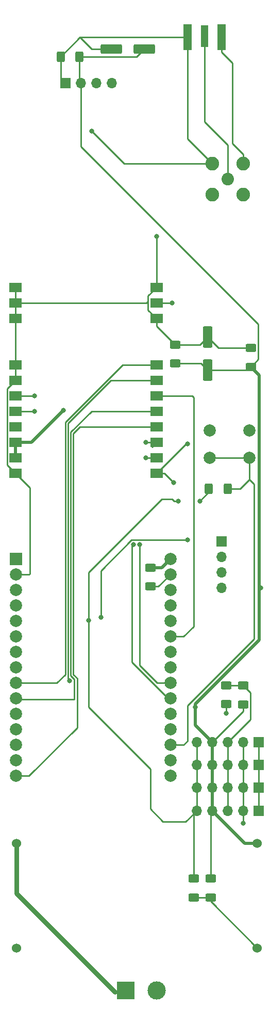
<source format=gtl>
%TF.GenerationSoftware,KiCad,Pcbnew,7.0.9*%
%TF.CreationDate,2024-09-21T10:37:03-07:00*%
%TF.ProjectId,DIY Meshtastic 1W Node,44495920-4d65-4736-9874-617374696320,1.0*%
%TF.SameCoordinates,Original*%
%TF.FileFunction,Copper,L1,Top*%
%TF.FilePolarity,Positive*%
%FSLAX46Y46*%
G04 Gerber Fmt 4.6, Leading zero omitted, Abs format (unit mm)*
G04 Created by KiCad (PCBNEW 7.0.9) date 2024-09-21 10:37:03*
%MOMM*%
%LPD*%
G01*
G04 APERTURE LIST*
G04 Aperture macros list*
%AMRoundRect*
0 Rectangle with rounded corners*
0 $1 Rounding radius*
0 $2 $3 $4 $5 $6 $7 $8 $9 X,Y pos of 4 corners*
0 Add a 4 corners polygon primitive as box body*
4,1,4,$2,$3,$4,$5,$6,$7,$8,$9,$2,$3,0*
0 Add four circle primitives for the rounded corners*
1,1,$1+$1,$2,$3*
1,1,$1+$1,$4,$5*
1,1,$1+$1,$6,$7*
1,1,$1+$1,$8,$9*
0 Add four rect primitives between the rounded corners*
20,1,$1+$1,$2,$3,$4,$5,0*
20,1,$1+$1,$4,$5,$6,$7,0*
20,1,$1+$1,$6,$7,$8,$9,0*
20,1,$1+$1,$8,$9,$2,$3,0*%
G04 Aperture macros list end*
%TA.AperFunction,ComponentPad*%
%ADD10C,2.000000*%
%TD*%
%TA.AperFunction,ComponentPad*%
%ADD11R,2.000000X2.000000*%
%TD*%
%TA.AperFunction,SMDPad,CuDef*%
%ADD12RoundRect,0.250000X-0.625000X0.400000X-0.625000X-0.400000X0.625000X-0.400000X0.625000X0.400000X0*%
%TD*%
%TA.AperFunction,SMDPad,CuDef*%
%ADD13RoundRect,0.250000X0.625000X-0.400000X0.625000X0.400000X-0.625000X0.400000X-0.625000X-0.400000X0*%
%TD*%
%TA.AperFunction,ComponentPad*%
%ADD14R,1.700000X1.700000*%
%TD*%
%TA.AperFunction,ComponentPad*%
%ADD15O,1.700000X1.700000*%
%TD*%
%TA.AperFunction,SMDPad,CuDef*%
%ADD16R,2.080000X1.510000*%
%TD*%
%TA.AperFunction,SMDPad,CuDef*%
%ADD17R,1.270000X3.600000*%
%TD*%
%TA.AperFunction,SMDPad,CuDef*%
%ADD18R,1.350000X4.200000*%
%TD*%
%TA.AperFunction,SMDPad,CuDef*%
%ADD19RoundRect,0.250000X1.500000X0.550000X-1.500000X0.550000X-1.500000X-0.550000X1.500000X-0.550000X0*%
%TD*%
%TA.AperFunction,ComponentPad*%
%ADD20R,3.000000X3.000000*%
%TD*%
%TA.AperFunction,ComponentPad*%
%ADD21C,3.000000*%
%TD*%
%TA.AperFunction,ComponentPad*%
%ADD22C,1.524000*%
%TD*%
%TA.AperFunction,SMDPad,CuDef*%
%ADD23RoundRect,0.250000X0.550000X-1.500000X0.550000X1.500000X-0.550000X1.500000X-0.550000X-1.500000X0*%
%TD*%
%TA.AperFunction,ComponentPad*%
%ADD24C,2.050000*%
%TD*%
%TA.AperFunction,ComponentPad*%
%ADD25C,2.250000*%
%TD*%
%TA.AperFunction,SMDPad,CuDef*%
%ADD26RoundRect,0.250000X0.400000X0.625000X-0.400000X0.625000X-0.400000X-0.625000X0.400000X-0.625000X0*%
%TD*%
%TA.AperFunction,ViaPad*%
%ADD27C,0.800000*%
%TD*%
%TA.AperFunction,Conductor*%
%ADD28C,0.250000*%
%TD*%
%TA.AperFunction,Conductor*%
%ADD29C,0.500000*%
%TD*%
%TA.AperFunction,Conductor*%
%ADD30C,0.750000*%
%TD*%
G04 APERTURE END LIST*
D10*
%TO.P,U1,30,VIN*%
%TO.N,+5V*%
X129286000Y-118196000D03*
%TO.P,U1,29,GND*%
%TO.N,GND*%
X129286000Y-120736000D03*
%TO.P,U1,28,D13*%
%TO.N,TXEN*%
X129286000Y-123276000D03*
%TO.P,U1,27,D12*%
%TO.N,unconnected-(U1-D12-Pad27)*%
X129286000Y-125816000D03*
%TO.P,U1,26,D14*%
%TO.N,RXEN*%
X129286000Y-128356000D03*
%TO.P,U1,25,D27*%
%TO.N,MOSI*%
X129286000Y-130896000D03*
%TO.P,U1,24,D26*%
%TO.N,DIO0*%
X129286000Y-133436000D03*
%TO.P,U1,23,D25*%
%TO.N,unconnected-(U1-D25-Pad23)*%
X129286000Y-135976000D03*
%TO.P,U1,22,D33*%
%TO.N,IRQ*%
X129286000Y-138516000D03*
%TO.P,U1,21,D32*%
%TO.N,BUSY*%
X129286000Y-141056000D03*
%TO.P,U1,20,D35*%
%TO.N,unconnected-(U1-D35-Pad20)*%
X129286000Y-143596000D03*
%TO.P,U1,19,D34*%
%TO.N,unconnected-(U1-D34-Pad19)*%
X129286000Y-146136000D03*
%TO.P,U1,18,VN*%
%TO.N,BTN*%
X129286000Y-148676000D03*
%TO.P,U1,17,VP*%
%TO.N,unconnected-(U1-VP-Pad17)*%
X129286000Y-151216000D03*
%TO.P,U1,16,EN*%
%TO.N,unconnected-(U1-EN-Pad16)*%
X129286000Y-153756000D03*
%TO.P,U1,15,D23*%
%TO.N,RST*%
X103886000Y-153756000D03*
%TO.P,U1,14,D22*%
%TO.N,SCL*%
X103886000Y-151216000D03*
%TO.P,U1,13,TX0*%
%TO.N,unconnected-(U1-TX0-Pad13)*%
X103886000Y-148676000D03*
%TO.P,U1,12,RX0*%
%TO.N,unconnected-(U1-RX0-Pad12)*%
X103886000Y-146136000D03*
%TO.P,U1,11,D21*%
%TO.N,SDA*%
X103886000Y-143596000D03*
%TO.P,U1,10,D19*%
%TO.N,MISO*%
X103886000Y-141056000D03*
%TO.P,U1,9,D18*%
%TO.N,NSS*%
X103886000Y-138516000D03*
%TO.P,U1,8,D5*%
%TO.N,SCK*%
X103886000Y-135976000D03*
%TO.P,U1,7,TX2*%
%TO.N,unconnected-(U1-TX2-Pad7)*%
X103886000Y-133436000D03*
%TO.P,U1,6,RX2*%
%TO.N,GPS TX*%
X103886000Y-130896000D03*
%TO.P,U1,5,D4*%
%TO.N,unconnected-(U1-D4-Pad5)*%
X103886000Y-128356000D03*
%TO.P,U1,4,D2*%
%TO.N,unconnected-(U1-D2-Pad4)*%
X103886000Y-125816000D03*
%TO.P,U1,3,D15*%
%TO.N,unconnected-(U1-D15-Pad3)*%
X103886000Y-123276000D03*
%TO.P,U1,2,GND*%
%TO.N,GND*%
X103886000Y-120736000D03*
D11*
%TO.P,U1,1,3V3*%
%TO.N,VCC3*%
X103886000Y-118196000D03*
%TD*%
D12*
%TO.P,C10,1*%
%TO.N,+5V*%
X135890000Y-170636000D03*
%TO.P,C10,2*%
%TO.N,GND*%
X135890000Y-173736000D03*
%TD*%
%TO.P,C9,1*%
%TO.N,VCC3*%
X133174000Y-170636000D03*
%TO.P,C9,2*%
%TO.N,GND*%
X133174000Y-173736000D03*
%TD*%
D13*
%TO.P,C8,1*%
%TO.N,+5V*%
X141224000Y-142038000D03*
%TO.P,C8,2*%
%TO.N,GND*%
X141224000Y-138938000D03*
%TD*%
D12*
%TO.P,C7,1*%
%TO.N,GND*%
X138508000Y-138912000D03*
%TO.P,C7,2*%
%TO.N,VCC3*%
X138508000Y-142012000D03*
%TD*%
D14*
%TO.P,J6,1,Pin_1*%
%TO.N,SDA*%
X143764000Y-159495040D03*
D15*
%TO.P,J6,2,Pin_2*%
%TO.N,SCL*%
X141224000Y-159495040D03*
%TO.P,J6,3,Pin_3*%
%TO.N,GND*%
X138684000Y-159495040D03*
%TO.P,J6,4,Pin_4*%
%TO.N,+5V*%
X136144000Y-159495040D03*
%TO.P,J6,5,Pin_5*%
%TO.N,VCC3*%
X133604000Y-159495040D03*
%TD*%
D14*
%TO.P,J5,1,Pin_1*%
%TO.N,SDA*%
X143764000Y-155702000D03*
D15*
%TO.P,J5,2,Pin_2*%
%TO.N,SCL*%
X141224000Y-155702000D03*
%TO.P,J5,3,Pin_3*%
%TO.N,GND*%
X138684000Y-155702000D03*
%TO.P,J5,4,Pin_4*%
%TO.N,+5V*%
X136144000Y-155702000D03*
%TO.P,J5,5,Pin_5*%
%TO.N,VCC3*%
X133604000Y-155702000D03*
%TD*%
D14*
%TO.P,J4,1,Pin_1*%
%TO.N,SDA*%
X143764000Y-151956960D03*
D15*
%TO.P,J4,2,Pin_2*%
%TO.N,SCL*%
X141224000Y-151956960D03*
%TO.P,J4,3,Pin_3*%
%TO.N,GND*%
X138684000Y-151956960D03*
%TO.P,J4,4,Pin_4*%
%TO.N,+5V*%
X136144000Y-151956960D03*
%TO.P,J4,5,Pin_5*%
%TO.N,VCC3*%
X133604000Y-151956960D03*
%TD*%
D14*
%TO.P,J3,1,Pin_1*%
%TO.N,SDA*%
X143764000Y-148259920D03*
D15*
%TO.P,J3,2,Pin_2*%
%TO.N,SCL*%
X141224000Y-148259920D03*
%TO.P,J3,3,Pin_3*%
%TO.N,GND*%
X138684000Y-148259920D03*
%TO.P,J3,4,Pin_4*%
%TO.N,+5V*%
X136144000Y-148259920D03*
%TO.P,J3,5,Pin_5*%
%TO.N,VCC3*%
X133604000Y-148259920D03*
%TD*%
D14*
%TO.P,J2,1,Pin_1*%
%TO.N,GND*%
X112014000Y-40132000D03*
D15*
%TO.P,J2,2,Pin_2*%
%TO.N,+5V*%
X114554000Y-40132000D03*
%TO.P,J2,3,Pin_3*%
%TO.N,SCL*%
X117094000Y-40132000D03*
%TO.P,J2,4,Pin_4*%
%TO.N,SDA*%
X119634000Y-40132000D03*
%TD*%
D14*
%TO.P,J1,1,Pin_1*%
%TO.N,GPS TX*%
X137668000Y-115316000D03*
D15*
%TO.P,J1,2,Pin_2*%
%TO.N,unconnected-(J1-Pin_2-Pad2)*%
X137668000Y-117856000D03*
%TO.P,J1,3,Pin_3*%
%TO.N,GND*%
X137668000Y-120396000D03*
%TO.P,J1,4,Pin_4*%
%TO.N,+5V*%
X137668000Y-122936000D03*
%TD*%
D16*
%TO.P,U2,1,GND*%
%TO.N,GND*%
X103850000Y-73680000D03*
%TO.P,U2,2,GND*%
X103850000Y-76220000D03*
%TO.P,U2,3,GND*%
X103850000Y-78760000D03*
%TO.P,U2,4,GND*%
X103850000Y-86360000D03*
%TO.P,U2,5,GND*%
X103850000Y-88900000D03*
%TO.P,U2,6,RXEN*%
%TO.N,RXEN*%
X103850000Y-91440000D03*
%TO.P,U2,7,TXEN*%
%TO.N,TXEN*%
X103850000Y-93980000D03*
%TO.P,U2,8,DIO2*%
%TO.N,unconnected-(U2-DIO2-Pad8)*%
X103850000Y-96520000D03*
%TO.P,U2,9,VCC*%
%TO.N,+5V*%
X103850000Y-99060000D03*
%TO.P,U2,10,VCC*%
X103850000Y-101600000D03*
%TO.P,U2,11,GND*%
%TO.N,GND*%
X103850000Y-104140000D03*
%TO.P,U2,12,GND*%
X127000000Y-104140000D03*
%TO.P,U2,13,DIO1*%
%TO.N,IRQ*%
X127000000Y-101600000D03*
%TO.P,U2,14,BUSY*%
%TO.N,BUSY*%
X127000000Y-99060000D03*
%TO.P,U2,15,~{RST}*%
%TO.N,RST*%
X127000000Y-96520000D03*
%TO.P,U2,16,MISO*%
%TO.N,MISO*%
X127000000Y-93980000D03*
%TO.P,U2,17,MOSI*%
%TO.N,MOSI*%
X127000000Y-91440000D03*
%TO.P,U2,18,SCK*%
%TO.N,SCK*%
X127000000Y-88900000D03*
%TO.P,U2,19,NSS*%
%TO.N,NSS*%
X127000000Y-86360000D03*
%TO.P,U2,20,GND*%
%TO.N,GND*%
X127000000Y-78760000D03*
%TO.P,U2,21,ANT*%
%TO.N,Net-(J7-In)*%
X127000000Y-76220000D03*
%TO.P,U2,22,GND*%
%TO.N,GND*%
X127000000Y-73680000D03*
%TD*%
D17*
%TO.P,J8,1,In*%
%TO.N,Net-(J7-In)*%
X134905000Y-32402500D03*
D18*
%TO.P,J8,2,Ext*%
%TO.N,GND*%
X137730000Y-32602500D03*
X132080000Y-32602500D03*
%TD*%
D19*
%TO.P,C6,1*%
%TO.N,+5V*%
X124968000Y-34544000D03*
%TO.P,C6,2*%
%TO.N,GND*%
X119568000Y-34544000D03*
%TD*%
D12*
%TO.P,C2,1*%
%TO.N,GND*%
X142494000Y-83566000D03*
%TO.P,C2,2*%
%TO.N,+5V*%
X142494000Y-86666000D03*
%TD*%
D20*
%TO.P,J9,1,Pin_1*%
%TO.N,Vin*%
X121920000Y-188976000D03*
D21*
%TO.P,J9,2,Pin_2*%
%TO.N,GND*%
X127000000Y-188976000D03*
%TD*%
D12*
%TO.P,C3,1*%
%TO.N,GND*%
X130048000Y-83032000D03*
%TO.P,C3,2*%
%TO.N,+5V*%
X130048000Y-86132000D03*
%TD*%
%TO.P,C4,1*%
%TO.N,+5V*%
X125984000Y-119608000D03*
%TO.P,C4,2*%
%TO.N,GND*%
X125984000Y-122708000D03*
%TD*%
D22*
%TO.P,U3,1,Vin-*%
%TO.N,GND*%
X104013000Y-182046000D03*
%TO.P,U3,2,Vin+*%
%TO.N,Vin*%
X104013000Y-164846000D03*
%TO.P,U3,3,Vout-*%
%TO.N,GND*%
X143573000Y-182046000D03*
%TO.P,U3,4,Vout+*%
%TO.N,+5V*%
X143573000Y-164846000D03*
%TD*%
D23*
%TO.P,C1,1*%
%TO.N,+5V*%
X135382000Y-87188000D03*
%TO.P,C1,2*%
%TO.N,GND*%
X135382000Y-81788000D03*
%TD*%
D10*
%TO.P,SW1,1,1*%
%TO.N,BTN*%
X142240000Y-101600000D03*
X135740000Y-101600000D03*
%TO.P,SW1,2,2*%
%TO.N,GND*%
X142240000Y-97100000D03*
X135740000Y-97100000D03*
%TD*%
D24*
%TO.P,J7,1,In*%
%TO.N,Net-(J7-In)*%
X138684000Y-55880000D03*
D25*
%TO.P,J7,2,Ext*%
%TO.N,GND*%
X136144000Y-53340000D03*
X136144000Y-58420000D03*
X141224000Y-53340000D03*
X141224000Y-58420000D03*
%TD*%
D26*
%TO.P,C5,1*%
%TO.N,+5V*%
X114352000Y-35814000D03*
%TO.P,C5,2*%
%TO.N,GND*%
X111252000Y-35814000D03*
%TD*%
%TO.P,R1,1*%
%TO.N,BTN*%
X138710000Y-106680000D03*
%TO.P,R1,2*%
%TO.N,VCC3*%
X135610000Y-106680000D03*
%TD*%
D27*
%TO.N,+5V*%
X111701497Y-93784503D03*
X133350000Y-142494000D03*
%TO.N,GND*%
X116332000Y-48006000D03*
%TO.N,VCC3*%
X130556000Y-108712000D03*
X134112000Y-108712000D03*
X138430000Y-143510000D03*
%TO.N,GND*%
X129794000Y-105664000D03*
X132080000Y-99314000D03*
%TO.N,VCC3*%
X115824000Y-128270000D03*
%TO.N,+5V*%
X144164500Y-122936000D03*
%TO.N,GPS TX*%
X132080000Y-115062000D03*
X117856000Y-127762000D03*
%TO.N,GND*%
X127000000Y-65278000D03*
%TO.N,SCK*%
X112738080Y-138176000D03*
%TO.N,TXEN*%
X106934000Y-93980000D03*
%TO.N,RXEN*%
X106934000Y-91440000D03*
%TO.N,IRQ*%
X124206000Y-115824000D03*
X125222000Y-101600000D03*
%TO.N,BUSY*%
X125222000Y-99060000D03*
X123190000Y-115824000D03*
%TO.N,Net-(J7-In)*%
X129540000Y-76200000D03*
%TO.N,SCL*%
X141224000Y-161544000D03*
%TD*%
D28*
%TO.N,BTN*%
X131465000Y-148676000D02*
X129286000Y-148676000D01*
X132080000Y-148061000D02*
X131465000Y-148676000D01*
X143002000Y-131318000D02*
X132080000Y-142240000D01*
X142253000Y-105143000D02*
X143002000Y-105892000D01*
X143002000Y-105892000D02*
X143002000Y-131318000D01*
X132080000Y-142240000D02*
X132080000Y-148061000D01*
D29*
%TO.N,+5V*%
X111701497Y-93784503D02*
X106426000Y-99060000D01*
X106426000Y-99060000D02*
X103850000Y-99060000D01*
X133350000Y-144982000D02*
X133350000Y-142494000D01*
X133350000Y-144982000D02*
X133350000Y-145465920D01*
X133350000Y-145465920D02*
X136144000Y-148259920D01*
X143890000Y-88062000D02*
X142494000Y-86666000D01*
X133350000Y-142494000D02*
X133350000Y-141986000D01*
X143890000Y-131446000D02*
X143890000Y-88062000D01*
X133350000Y-141986000D02*
X143890000Y-131446000D01*
D28*
%TO.N,GND*%
X141224000Y-51816000D02*
X141224000Y-53340000D01*
X137668000Y-32664500D02*
X137668000Y-35052000D01*
X137668000Y-35052000D02*
X139446000Y-36830000D01*
X139446000Y-36830000D02*
X139446000Y-50038000D01*
X139446000Y-50038000D02*
X141224000Y-51816000D01*
X137730000Y-32602500D02*
X137668000Y-32664500D01*
%TO.N,Net-(J7-In)*%
X134905000Y-46513000D02*
X134905000Y-32402500D01*
X138684000Y-50292000D02*
X134905000Y-46513000D01*
X138684000Y-55880000D02*
X138684000Y-50292000D01*
%TO.N,GND*%
X136144000Y-53340000D02*
X121666000Y-53340000D01*
X132080000Y-49276000D02*
X136144000Y-53340000D01*
X121666000Y-53340000D02*
X116332000Y-48006000D01*
X132080000Y-32602500D02*
X132080000Y-49276000D01*
%TO.N,GPS TX*%
X122889695Y-115099000D02*
X132043000Y-115099000D01*
X132043000Y-115099000D02*
X132080000Y-115062000D01*
X117856000Y-120132695D02*
X122889695Y-115099000D01*
X117856000Y-127762000D02*
X117856000Y-120132695D01*
%TO.N,MOSI*%
X133096000Y-129265000D02*
X131465000Y-130896000D01*
X132842000Y-91440000D02*
X133096000Y-91694000D01*
X127000000Y-91440000D02*
X132842000Y-91440000D01*
X133096000Y-91694000D02*
X133096000Y-129265000D01*
X131465000Y-130896000D02*
X129286000Y-130896000D01*
%TO.N,VCC3*%
X127859000Y-108361000D02*
X115824000Y-120396000D01*
X115824000Y-120396000D02*
X115824000Y-128270000D01*
X129592650Y-108361000D02*
X127859000Y-108361000D01*
X129943650Y-108712000D02*
X129592650Y-108361000D01*
X130556000Y-108712000D02*
X129943650Y-108712000D01*
X128089350Y-161290000D02*
X131809040Y-161290000D01*
X125984000Y-159184650D02*
X128089350Y-161290000D01*
X125984000Y-152654000D02*
X125984000Y-159184650D01*
X131809040Y-161290000D02*
X133604000Y-159495040D01*
X115824000Y-142494000D02*
X125984000Y-152654000D01*
X115824000Y-128270000D02*
X115824000Y-142494000D01*
%TO.N,RST*%
X113967000Y-145854000D02*
X106065000Y-153756000D01*
X106065000Y-153756000D02*
X103886000Y-153756000D01*
X113364000Y-97584396D02*
X113364000Y-137118799D01*
X113364000Y-137118799D02*
X113967000Y-137721799D01*
X113967000Y-137721799D02*
X113967000Y-145854000D01*
X114428396Y-96520000D02*
X113364000Y-97584396D01*
X127000000Y-96520000D02*
X114428396Y-96520000D01*
%TO.N,BUSY*%
X122936000Y-135128000D02*
X122936000Y-116078000D01*
X128864000Y-141056000D02*
X122936000Y-135128000D01*
X129286000Y-141056000D02*
X128864000Y-141056000D01*
X122936000Y-116078000D02*
X123190000Y-115824000D01*
%TO.N,IRQ*%
X127107000Y-138516000D02*
X129286000Y-138516000D01*
X124206000Y-135615000D02*
X127107000Y-138516000D01*
X124206000Y-115824000D02*
X124206000Y-135615000D01*
%TO.N,GND*%
X125984000Y-122708000D02*
X127314000Y-122708000D01*
X127314000Y-122708000D02*
X129286000Y-120736000D01*
D29*
%TO.N,+5V*%
X125984000Y-119608000D02*
X127874000Y-119608000D01*
X127874000Y-119608000D02*
X129286000Y-118196000D01*
D28*
%TO.N,GND*%
X106065000Y-120736000D02*
X103886000Y-120736000D01*
X106181000Y-120620000D02*
X106065000Y-120736000D01*
X106181000Y-106471000D02*
X106181000Y-120620000D01*
X103850000Y-104140000D02*
X106181000Y-106471000D01*
%TO.N,MISO*%
X113517000Y-141224000D02*
X104054000Y-141224000D01*
X112914000Y-137305195D02*
X113517000Y-137908195D01*
X104054000Y-141224000D02*
X103886000Y-141056000D01*
X116332000Y-93980000D02*
X112914000Y-97398000D01*
X127000000Y-93980000D02*
X116332000Y-93980000D01*
X112914000Y-97398000D02*
X112914000Y-137305195D01*
X113517000Y-137908195D02*
X113517000Y-141224000D01*
%TO.N,NSS*%
X110658000Y-138516000D02*
X103886000Y-138516000D01*
X112014000Y-137160000D02*
X110658000Y-138516000D01*
X112014000Y-95758000D02*
X112014000Y-137160000D01*
X121412000Y-86360000D02*
X112014000Y-95758000D01*
X127000000Y-86360000D02*
X121412000Y-86360000D01*
%TO.N,SCK*%
X119508396Y-88900000D02*
X127000000Y-88900000D01*
X112464000Y-95944396D02*
X119508396Y-88900000D01*
X112464000Y-137879793D02*
X112464000Y-95944396D01*
X112738080Y-138153873D02*
X112464000Y-137879793D01*
%TO.N,GND*%
X127000000Y-79984000D02*
X130048000Y-83032000D01*
X127000000Y-78760000D02*
X127000000Y-79984000D01*
%TO.N,+5V*%
X123698000Y-35814000D02*
X114352000Y-35814000D01*
X124968000Y-34544000D02*
X123698000Y-35814000D01*
%TO.N,GND*%
X119568000Y-34544000D02*
X116405000Y-34544000D01*
X116405000Y-34544000D02*
X114463500Y-32602500D01*
%TO.N,+5V*%
X143694000Y-85466000D02*
X143694000Y-79686000D01*
X142494000Y-86666000D02*
X143694000Y-85466000D01*
X143694000Y-79686000D02*
X135382000Y-71374000D01*
%TO.N,VCC3*%
X135610000Y-107214000D02*
X134112000Y-108712000D01*
X135610000Y-106680000D02*
X135610000Y-107214000D01*
%TO.N,BTN*%
X138710000Y-106680000D02*
X140716000Y-106680000D01*
X142240000Y-105130000D02*
X142253000Y-105143000D01*
X140716000Y-106680000D02*
X142253000Y-105143000D01*
%TO.N,VCC3*%
X138430000Y-142090000D02*
X138508000Y-142012000D01*
X138430000Y-143510000D02*
X138430000Y-142090000D01*
%TO.N,GND*%
X114463500Y-32602500D02*
X132080000Y-32602500D01*
X111252000Y-35814000D02*
X114463500Y-32602500D01*
%TO.N,+5V*%
X114554000Y-50546000D02*
X114554000Y-40132000D01*
X135382000Y-71374000D02*
X114554000Y-50546000D01*
%TO.N,GND*%
X111252000Y-35814000D02*
X111252000Y-39370000D01*
X111252000Y-39370000D02*
X112014000Y-40132000D01*
%TO.N,+5V*%
X114352000Y-39930000D02*
X114554000Y-40132000D01*
X114352000Y-35814000D02*
X114352000Y-39930000D01*
%TO.N,GND*%
X135890000Y-174363000D02*
X143573000Y-182046000D01*
X135890000Y-173736000D02*
X135890000Y-174363000D01*
X133174000Y-173736000D02*
X135890000Y-173736000D01*
%TO.N,VCC3*%
X133174000Y-159925040D02*
X133604000Y-159495040D01*
X133174000Y-170636000D02*
X133174000Y-159925040D01*
%TO.N,+5V*%
X135890000Y-159749040D02*
X136144000Y-159495040D01*
X135890000Y-170636000D02*
X135890000Y-159749040D01*
%TO.N,GND*%
X138534000Y-138938000D02*
X138508000Y-138912000D01*
X141224000Y-138938000D02*
X138534000Y-138938000D01*
X142424000Y-140138000D02*
X141224000Y-138938000D01*
X142424000Y-144519920D02*
X142424000Y-140138000D01*
X138684000Y-148259920D02*
X142424000Y-144519920D01*
%TO.N,+5V*%
X141224000Y-142038000D02*
X141224000Y-143179920D01*
X141224000Y-143179920D02*
X136144000Y-148259920D01*
%TO.N,GND*%
X130048000Y-83032000D02*
X134138000Y-83032000D01*
X134138000Y-83032000D02*
X135382000Y-81788000D01*
%TO.N,+5V*%
X130048000Y-86132000D02*
X134326000Y-86132000D01*
X134326000Y-86132000D02*
X135382000Y-87188000D01*
%TO.N,SDA*%
X143764000Y-151956960D02*
X143764000Y-155702000D01*
%TO.N,GND*%
X138684000Y-151956960D02*
X138684000Y-155702000D01*
X138684000Y-148259920D02*
X138684000Y-151956960D01*
X138684000Y-155702000D02*
X138684000Y-159495040D01*
X129794000Y-105664000D02*
X128270000Y-104140000D01*
X128270000Y-104140000D02*
X127000000Y-104140000D01*
X131826000Y-99314000D02*
X132080000Y-99314000D01*
X127000000Y-104140000D02*
X131826000Y-99314000D01*
X102485000Y-102775000D02*
X102485000Y-90265000D01*
X102485000Y-90265000D02*
X103850000Y-88900000D01*
X103850000Y-104140000D02*
X102485000Y-102775000D01*
%TO.N,SDA*%
X143764000Y-155702000D02*
X143764000Y-159495040D01*
X143764000Y-148259920D02*
X143764000Y-151956960D01*
%TO.N,SCL*%
X141224000Y-148259920D02*
X141224000Y-151956960D01*
X141224000Y-155702000D02*
X141224000Y-151956960D01*
X141224000Y-159495040D02*
X141224000Y-155702000D01*
%TO.N,VCC3*%
X133604000Y-151956960D02*
X133604000Y-148259920D01*
X133604000Y-155702000D02*
X133604000Y-151956960D01*
X133604000Y-159495040D02*
X133604000Y-155702000D01*
D29*
%TO.N,+5V*%
X136144000Y-155702000D02*
X136144000Y-159495040D01*
X136144000Y-151956960D02*
X136144000Y-155702000D01*
X136144000Y-148259920D02*
X136144000Y-151956960D01*
X141494960Y-164846000D02*
X136144000Y-159495040D01*
X143573000Y-164846000D02*
X141494960Y-164846000D01*
D28*
%TO.N,GND*%
X137160000Y-83566000D02*
X135382000Y-81788000D01*
X142494000Y-83566000D02*
X137160000Y-83566000D01*
X103850000Y-86360000D02*
X103850000Y-88900000D01*
X103850000Y-78760000D02*
X103850000Y-86360000D01*
X125361000Y-76220000D02*
X125635000Y-75946000D01*
X125635000Y-75946000D02*
X125635000Y-75045000D01*
X103850000Y-76220000D02*
X125361000Y-76220000D01*
X125635000Y-77395000D02*
X125635000Y-75946000D01*
X103850000Y-76220000D02*
X103850000Y-78760000D01*
X103850000Y-73680000D02*
X103850000Y-76220000D01*
X127000000Y-73680000D02*
X127000000Y-65278000D01*
X125635000Y-75045000D02*
X127000000Y-73680000D01*
X127000000Y-78760000D02*
X125635000Y-77395000D01*
%TO.N,+5V*%
X141972000Y-87188000D02*
X142494000Y-86666000D01*
X135382000Y-87188000D02*
X141972000Y-87188000D01*
D29*
X103850000Y-99060000D02*
X103850000Y-101600000D01*
D28*
%TO.N,TXEN*%
X103850000Y-93980000D02*
X106934000Y-93980000D01*
%TO.N,RXEN*%
X103850000Y-91440000D02*
X106934000Y-91440000D01*
%TO.N,IRQ*%
X125222000Y-101600000D02*
X127000000Y-101600000D01*
%TO.N,BUSY*%
X126238000Y-99822000D02*
X127000000Y-99060000D01*
X125222000Y-99060000D02*
X126238000Y-99060000D01*
%TO.N,Net-(J7-In)*%
X127000000Y-76220000D02*
X129520000Y-76220000D01*
X129520000Y-76220000D02*
X129540000Y-76200000D01*
%TO.N,BTN*%
X142240000Y-105130000D02*
X142240000Y-101600000D01*
X142240000Y-101600000D02*
X135740000Y-101600000D01*
%TO.N,SCL*%
X141224000Y-161536480D02*
X141224000Y-159519520D01*
%TO.N,+5V*%
X136144000Y-159527040D02*
X136112000Y-159495040D01*
D30*
%TO.N,Vin*%
X104013000Y-173073000D02*
X104013000Y-164846000D01*
D28*
X121920000Y-189230000D02*
X120170000Y-189230000D01*
D30*
X120170000Y-189230000D02*
X104013000Y-173073000D01*
%TD*%
M02*

</source>
